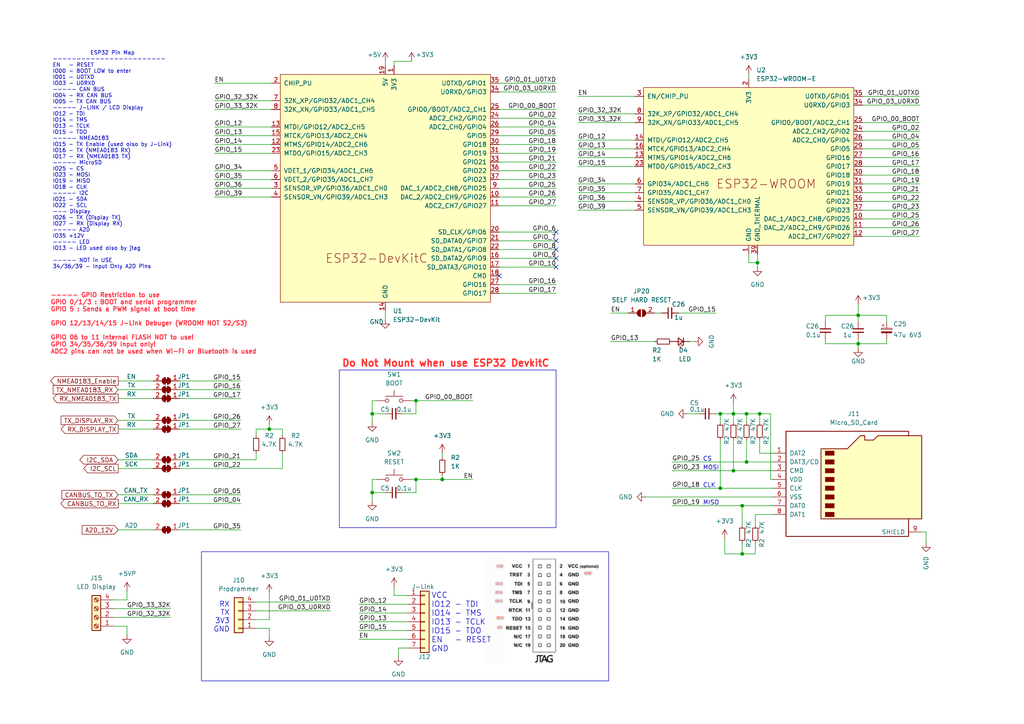
<source format=kicad_sch>
(kicad_sch (version 20230121) (generator eeschema)
  (paper "A4")
  (lib_symbols
    (symbol "Connector:Micro_SD_Card" (pin_names (offset 1.016))
      (property "Reference" "J" (at -16.51 15.24 0))
      (property "Value" "Micro_SD_Card" (at 16.51 15.24 0))
      (symbol "Micro_SD_Card_1_1"
        (pin bidirectional line (at -22.86 7.62 0) (length 3.81) (name "DAT2") (number "1"))
        (pin bidirectional line (at -22.86 5.08 0) (length 3.81) (name "DAT3/CD") (number "2"))
        (pin input line (at -22.86 2.54 0) (length 3.81) (name "CMD") (number "3"))
        (pin power_in line (at -22.86 0 0) (length 3.81) (name "VDD") (number "4"))
        (pin input line (at -22.86 -2.54 0) (length 3.81) (name "CLK") (number "5"))
        (pin power_in line (at -22.86 -5.08 0) (length 3.81) (name "VSS") (number "6"))
        (pin bidirectional line (at -22.86 -7.62 0) (length 3.81) (name "DAT0") (number "7"))
        (pin bidirectional line (at -22.86 -10.16 0) (length 3.81) (name "DAT1") (number "8"))
        (pin passive line (at 20.32 -15.24 180) (length 3.81) (name "SHIELD") (number "9"))
      )
    )
    (symbol "Connector:Screw_Terminal_01x04" (pin_names (offset 1.016) hide)
      (property "Reference" "J" (at 0 5.08 0))
      (property "Value" "Screw_Terminal_01x04" (at 0 -7.62 0))
      (symbol "Screw_Terminal_01x04_1_1"
        (pin passive line (at -5.08 2.54 0) (length 3.81) (name "Pin_1") (number "1"))
        (pin passive line (at -5.08 0 0) (length 3.81) (name "Pin_2") (number "2"))
        (pin passive line (at -5.08 -2.54 0) (length 3.81) (name "Pin_3") (number "3"))
        (pin passive line (at -5.08 -5.08 0) (length 3.81) (name "Pin_4") (number "4"))
      )
    )
    (symbol "Connector_Generic:Conn_01x04" (pin_names (offset 1.016) hide)
      (property "Reference" "J" (at 0 5.08 0))
      (property "Value" "Conn_01x04" (at 0 -7.62 0))
      (symbol "Conn_01x04_1_1"
        (pin passive line (at -5.08 2.54 0) (length 3.81) (name "Pin_1") (number "1"))
        (pin passive line (at -5.08 0 0) (length 3.81) (name "Pin_2") (number "2"))
        (pin passive line (at -5.08 -2.54 0) (length 3.81) (name "Pin_3") (number "3"))
        (pin passive line (at -5.08 -5.08 0) (length 3.81) (name "Pin_4") (number "4"))
      )
    )
    (symbol "Connector_Generic:Conn_01x07" (pin_names (offset 1.016) hide)
      (property "Reference" "J" (at 0 10.16 0))
      (property "Value" "Conn_01x07" (at 0 -10.16 0))
      (symbol "Conn_01x07_1_1"
        (pin passive line (at -5.08 7.62 0) (length 3.81) (name "Pin_1") (number "1"))
        (pin passive line (at -5.08 5.08 0) (length 3.81) (name "Pin_2") (number "2"))
        (pin passive line (at -5.08 2.54 0) (length 3.81) (name "Pin_3") (number "3"))
        (pin passive line (at -5.08 0 0) (length 3.81) (name "Pin_4") (number "4"))
        (pin passive line (at -5.08 -2.54 0) (length 3.81) (name "Pin_5") (number "5"))
        (pin passive line (at -5.08 -5.08 0) (length 3.81) (name "Pin_6") (number "6"))
        (pin passive line (at -5.08 -7.62 0) (length 3.81) (name "Pin_7") (number "7"))
      )
    )
    (symbol "Device:C_Polarized_Small" (pin_numbers hide) (pin_names (offset 0.254) hide)
      (property "Reference" "C" (at 0.254 1.778 0))
      (property "Value" "C_Polarized_Small" (at 0.254 -2.032 0))
      (symbol "C_Polarized_Small_1_1"
        (pin passive line (at 0 2.54 270) (length 1.8542) (name "~") (number "1"))
        (pin passive line (at 0 -2.54 90) (length 1.8542) (name "~") (number "2"))
      )
    )
    (symbol "Device:C_Small" (pin_numbers hide) (pin_names (offset 0.254) hide)
      (property "Reference" "C" (at 0.254 1.778 0))
      (property "Value" "C_Small" (at 0.254 -2.032 0))
      (symbol "C_Small_1_1"
        (pin passive line (at 0 2.54 270) (length 2.032) (name "~") (number "1"))
        (pin passive line (at 0 -2.54 90) (length 2.032) (name "~") (number "2"))
      )
    )
    (symbol "Device:LED_Small" (pin_numbers hide) (pin_names (offset 0.254) hide)
      (property "Reference" "D" (at -1.27 3.175 0))
      (property "Value" "LED_Small" (at -4.445 -2.54 0))
      (symbol "LED_Small_1_1"
        (pin passive line (at -2.54 0 0) (length 1.778) (name "K") (number "1"))
        (pin passive line (at 2.54 0 180) (length 1.778) (name "A") (number "2"))
      )
    )
    (symbol "Device:R_Small" (pin_numbers hide) (pin_names (offset 0.254) hide)
      (property "Reference" "R" (at 0.762 0.508 0))
      (property "Value" "R_Small" (at 0.762 -1.016 0))
      (symbol "R_Small_1_1"
        (pin passive line (at 0 2.54 270) (length 0.762) (name "~") (number "1"))
        (pin passive line (at 0 -2.54 90) (length 0.762) (name "~") (number "2"))
      )
    )
    (symbol "Jumper:SolderJumper_2_Bridged" (pin_names (offset 0) hide)
      (property "Reference" "JP" (at 0 2.032 0))
      (property "Value" "SolderJumper_2_Bridged" (at 0 -2.54 0))
      (symbol "SolderJumper_2_Bridged_1_1"
        (pin passive line (at -3.81 0 0) (length 2.54) (name "A") (number "1"))
        (pin passive line (at 3.81 0 180) (length 2.54) (name "B") (number "2"))
      )
    )
    (symbol "Jumper:SolderJumper_2_Open" (pin_names (offset 0) hide)
      (property "Reference" "JP" (at 0 2.032 0))
      (property "Value" "SolderJumper_2_Open" (at 0 -2.54 0))
      (symbol "SolderJumper_2_Open_1_1"
        (pin passive line (at -3.81 0 0) (length 2.54) (name "A") (number "1"))
        (pin passive line (at 3.81 0 180) (length 2.54) (name "B") (number "2"))
      )
    )
    (symbol "PCM_Espressif:ESP32-DevKitC" (pin_names (offset 1.016))
      (property "Reference" "U" (at -30.48 38.1 0))
      (property "Value" "ESP32-DevKitC" (at -30.48 35.56 0))
      (symbol "ESP32-DevKitC_0_0"
        (text "ESP32-DevKitC" (at -2.54 -20.32 0) (effects (font (size 2.54 2.54))))
        (pin power_in line (at 0 -35.56 90) (length 2.54) (name "GND") (number "14"))
        (pin power_in line (at 0 35.56 270) (length 2.54) (name "5V") (number "19"))
      )
      (symbol "ESP32-DevKitC_1_1"
        (pin power_in line (at 2.54 35.56 270) (length 2.54) (name "3V3") (number "1"))
        (pin bidirectional line (at 33.02 -2.54 180) (length 2.54) (name "DAC_2/ADC2_CH9/GPIO26") (number "10"))
        (pin bidirectional line (at 33.02 -5.08 180) (length 2.54) (name "ADC2_CH7/GPIO27") (number "11"))
        (pin bidirectional line (at -33.02 12.7 0) (length 2.54) (name "MTMS/GPIO14/ADC2_CH6") (number "12"))
        (pin bidirectional line (at -33.02 17.78 0) (length 2.54) (name "MTDI/GPIO12/ADC2_CH5") (number "13"))
        (pin bidirectional line (at -33.02 15.24 0) (length 2.54) (name "MTCK/GPIO13/ADC2_CH4") (number "15"))
        (pin bidirectional line (at 33.02 -20.32 180) (length 2.54) (name "SD_DATA2/GPIO9") (number "16"))
        (pin bidirectional line (at 33.02 -22.86 180) (length 2.54) (name "SD_DATA3/GPIO10") (number "17"))
        (pin bidirectional line (at 33.02 -25.4 180) (length 2.54) (name "CMD") (number "18"))
        (pin input line (at -33.02 30.48 0) (length 2.54) (name "CHIP_PU") (number "2"))
        (pin bidirectional line (at 33.02 -12.7 180) (length 2.54) (name "SD_CLK/GPIO6") (number "20"))
        (pin bidirectional line (at 33.02 -15.24 180) (length 2.54) (name "SD_DATA0/GPIO7") (number "21"))
        (pin bidirectional line (at 33.02 -17.78 180) (length 2.54) (name "SD_DATA1/GPIO8") (number "22"))
        (pin bidirectional line (at -33.02 10.16 0) (length 2.54) (name "MTDO/GPIO15/ADC2_CH3") (number "23"))
        (pin bidirectional line (at 33.02 20.32 180) (length 2.54) (name "ADC2_CH2/GPIO2") (number "24"))
        (pin bidirectional line (at 33.02 22.86 180) (length 2.54) (name "GPIO0/BOOT/ADC2_CH1") (number "25"))
        (pin bidirectional line (at 33.02 17.78 180) (length 2.54) (name "ADC2_CH0/GPIO4") (number "26"))
        (pin bidirectional line (at 33.02 -27.94 180) (length 2.54) (name "GPIO16") (number "27"))
        (pin bidirectional line (at 33.02 -30.48 180) (length 2.54) (name "GPIO17") (number "28"))
        (pin bidirectional line (at 33.02 15.24 180) (length 2.54) (name "GPIO5") (number "29"))
        (pin input line (at -33.02 0 0) (length 2.54) (name "SENSOR_VP/GPIO36/ADC1_CH0") (number "3"))
        (pin bidirectional line (at 33.02 12.7 180) (length 2.54) (name "GPIO18") (number "30"))
        (pin bidirectional line (at 33.02 10.16 180) (length 2.54) (name "GPIO19") (number "31"))
        (pin passive line (at 0 -35.56 90) (length 2.54) hide (name "GND") (number "32"))
        (pin bidirectional line (at 33.02 7.62 180) (length 2.54) (name "GPIO21") (number "33"))
        (pin bidirectional line (at 33.02 27.94 180) (length 2.54) (name "U0RXD/GPIO3") (number "34"))
        (pin bidirectional line (at 33.02 30.48 180) (length 2.54) (name "U0TXD/GPIO1") (number "35"))
        (pin bidirectional line (at 33.02 5.08 180) (length 2.54) (name "GPIO22") (number "36"))
        (pin bidirectional line (at 33.02 2.54 180) (length 2.54) (name "GPIO23") (number "37"))
        (pin passive line (at 0 -35.56 90) (length 2.54) hide (name "GND") (number "38"))
        (pin input line (at -33.02 -2.54 0) (length 2.54) (name "SENSOR_VN/GPIO39/ADC1_CH3") (number "4"))
        (pin input line (at -33.02 5.08 0) (length 2.54) (name "VDET_1/GPIO34/ADC1_CH6") (number "5"))
        (pin input line (at -33.02 2.54 0) (length 2.54) (name "VDET_2/GPIO35/ADC1_CH7") (number "6"))
        (pin bidirectional line (at -33.02 25.4 0) (length 2.54) (name "32K_XP/GPIO32/ADC1_CH4") (number "7"))
        (pin bidirectional line (at -33.02 22.86 0) (length 2.54) (name "32K_XN/GPIO33/ADC1_CH5") (number "8"))
        (pin bidirectional line (at 33.02 0 180) (length 2.54) (name "DAC_1/ADC2_CH8/GPIO25") (number "9"))
      )
    )
    (symbol "PCM_Espressif:ESP32-WROOM-E" (pin_names (offset 1.016))
      (property "Reference" "U" (at -30.48 27.94 0))
      (property "Value" "ESP32-WROOM-E" (at -30.48 25.4 0))
      (symbol "ESP32-WROOM-E_1_1"
        (text "ESP32-­WROOM­" (at 5.08 -5.08 0) (effects (font (size 2.54 2.54))))
        (pin power_in line (at 0 -25.4 90) (length 2.54) (name "GND") (number "1"))
        (pin bidirectional line (at 33.02 -15.24 180) (length 2.54) (name "DAC_1/ADC2_CH8/GPIO25") (number "10"))
        (pin bidirectional line (at 33.02 -17.78 180) (length 2.54) (name "DAC_2/ADC2_CH9/GPIO26") (number "11"))
        (pin bidirectional line (at 33.02 -20.32 180) (length 2.54) (name "ADC2_CH7/GPIO27") (number "12"))
        (pin bidirectional line (at -33.02 2.54 0) (length 2.54) (name "MTMS/GPIO14/ADC2_CH6") (number "13"))
        (pin bidirectional line (at -33.02 7.62 0) (length 2.54) (name "MTDI/GPIO12/ADC2_CH5") (number "14"))
        (pin passive line (at 0 -25.4 90) (length 2.54) hide (name "GND") (number "15"))
        (pin bidirectional line (at -33.02 5.08 0) (length 2.54) (name "MTCK/GPIO13/ADC2_CH4") (number "16"))
        (pin power_in line (at 0 25.4 270) (length 2.54) (name "3V3") (number "2"))
        (pin bidirectional line (at -33.02 0 0) (length 2.54) (name "MTDO/GPIO15/ADC2_CH3") (number "23"))
        (pin bidirectional line (at 33.02 10.16 180) (length 2.54) (name "ADC2_CH2/GPIO2") (number "24"))
        (pin bidirectional line (at 33.02 12.7 180) (length 2.54) (name "GPIO0/BOOT/ADC2_CH1") (number "25"))
        (pin bidirectional line (at 33.02 7.62 180) (length 2.54) (name "ADC2_CH0/GPIO4") (number "26"))
        (pin bidirectional line (at 33.02 2.54 180) (length 2.54) (name "GPIO16") (number "27"))
        (pin bidirectional line (at 33.02 0 180) (length 2.54) (name "GPIO17") (number "28"))
        (pin bidirectional line (at 33.02 5.08 180) (length 2.54) (name "GPIO5") (number "29"))
        (pin input line (at -33.02 20.32 0) (length 2.54) (name "EN/CHIP_PU") (number "3"))
        (pin bidirectional line (at 33.02 -2.54 180) (length 2.54) (name "GPIO18") (number "30"))
        (pin bidirectional line (at 33.02 -5.08 180) (length 2.54) (name "GPIO19") (number "31"))
        (pin bidirectional line (at 33.02 -7.62 180) (length 2.54) (name "GPIO21") (number "33"))
        (pin bidirectional line (at 33.02 17.78 180) (length 2.54) (name "U0RXD/GPIO3") (number "34"))
        (pin bidirectional line (at 33.02 20.32 180) (length 2.54) (name "U0TXD/GPIO1") (number "35"))
        (pin bidirectional line (at 33.02 -10.16 180) (length 2.54) (name "GPIO22") (number "36"))
        (pin bidirectional line (at 33.02 -12.7 180) (length 2.54) (name "GPIO23") (number "37"))
        (pin passive line (at 0 -25.4 90) (length 2.54) hide (name "GND") (number "38"))
        (pin power_in line (at 2.54 -25.4 90) (length 2.54) (name "GND_THERMAL") (number "39"))
        (pin input line (at -33.02 -10.16 0) (length 2.54) (name "SENSOR_VP/GPIO36/ADC1_CH0") (number "4"))
        (pin input line (at -33.02 -12.7 0) (length 2.54) (name "SENSOR_VN/GPIO39/ADC1_CH3") (number "5"))
        (pin input line (at -33.02 -5.08 0) (length 2.54) (name "GPIO34/ADC1_CH6") (number "6"))
        (pin input line (at -33.02 -7.62 0) (length 2.54) (name "GPIO35/ADC1_CH7") (number "7"))
        (pin bidirectional line (at -33.02 15.24 0) (length 2.54) (name "32K_XP/GPIO32/ADC1_CH4") (number "8"))
        (pin bidirectional line (at -33.02 12.7 0) (length 2.54) (name "32K_XN/GPIO33/ADC1_CH5") (number "9"))
      )
    )
    (symbol "Switch:SW_Push" (pin_numbers hide) (pin_names (offset 1.016) hide)
      (property "Reference" "SW" (at 1.27 2.54 0))
      (property "Value" "SW_Push" (at 0 -1.524 0))
      (symbol "SW_Push_0_1"
        (pin passive line (at -5.08 0 0) (length 2.54) (name "1") (number "1"))
        (pin passive line (at 5.08 0 180) (length 2.54) (name "2") (number "2"))
      )
    )
    (symbol "power:+3V3" (power) (pin_names (offset 0))
      (property "Value" "+3V3" (at 0 3.556 0))
      (symbol "+3V3_1_1"
        (pin power_in line (at 0 0 90) (length 0) hide (name "+3V3") (number "1"))
      )
    )
    (symbol "power:+5V" (power) (pin_names (offset 0))
      (property "Value" "+5V" (at 0 3.556 0))
      (symbol "+5V_1_1"
        (pin power_in line (at 0 0 90) (length 0) hide (name "+5V") (number "1"))
      )
    )
    (symbol "power:+5VP" (power) (pin_names (offset 0))
      (property "Value" "+5VP" (at 0 3.556 0))
      (symbol "+5VP_1_1"
        (pin power_in line (at 0 0 90) (length 0) hide (name "+5VP") (number "1"))
      )
    )
    (symbol "power:GND" (power) (pin_names (offset 0))
      (property "Value" "GND" (at 0 -3.81 0))
      (symbol "GND_1_1"
        (pin power_in line (at 0 0 270) (length 0) hide (name "GND") (number "1"))
      )
    )
  )
  (junction (at 248.92 99.695))
  (junction (at 107.95 120.015))
  (junction (at 216.535 133.985))
  (junction (at 212.725 136.525))
  (junction (at 120.65 116.205))
  (junction (at 248.92 91.44))
  (junction (at 216.535 120.015))
  (junction (at 128.27 139.065))
  (junction (at 78.105 124.46))
  (junction (at 215.265 146.685))
  (junction (at 220.345 120.015))
  (junction (at 107.95 142.875))
  (junction (at 212.725 120.015))
  (junction (at 215.265 160.655))
  (junction (at 120.65 139.065))
  (junction (at 208.915 120.015))
  (junction (at 208.915 141.605))
  (junction (at 219.71 76.2))
  (no_connect (at 161.29 72.39))
  (no_connect (at 161.29 67.31))
  (no_connect (at 161.29 69.85))
  (no_connect (at 161.29 77.47))
  (no_connect (at 144.78 80.01))
  (no_connect (at 161.29 74.93))
  (wire (pts (xy 207.645 120.015) (xy 208.915 120.015)))
  (wire (pts (xy 189.865 90.805) (xy 191.77 90.805)))
  (wire (pts (xy 52.07 121.92) (xy 69.85 121.92)))
  (wire (pts (xy 74.295 131.445) (xy 74.295 133.35)))
  (wire (pts (xy 144.78 82.55) (xy 161.29 82.55)))
  (wire (pts (xy 107.95 142.875) (xy 107.95 139.065)))
  (wire (pts (xy 223.52 120.015) (xy 223.52 139.065)))
  (wire (pts (xy 107.95 120.015) (xy 107.95 122.555)))
  (wire (pts (xy 81.915 124.46) (xy 78.105 124.46)))
  (wire (pts (xy 223.52 139.065) (xy 224.155 139.065)))
  (wire (pts (xy 111.76 17.78) (xy 111.76 19.05)))
  (wire (pts (xy 177.165 99.06) (xy 189.865 99.06)))
  (wire (pts (xy 120.65 142.875) (xy 120.65 139.065)))
  (wire (pts (xy 239.395 99.695) (xy 239.395 98.425)))
  (wire (pts (xy 118.11 172.72) (xy 114.3 172.72)))
  (wire (pts (xy 78.105 124.46) (xy 74.295 124.46)))
  (wire (pts (xy 62.23 31.75) (xy 78.74 31.75)))
  (wire (pts (xy 128.27 139.065) (xy 137.16 139.065)))
  (wire (pts (xy 34.29 133.35) (xy 44.45 133.35)))
  (wire (pts (xy 248.92 99.695) (xy 257.175 99.695)))
  (wire (pts (xy 52.07 124.46) (xy 69.85 124.46)))
  (wire (pts (xy 212.725 116.84) (xy 212.725 120.015)))
  (wire (pts (xy 34.29 124.46) (xy 44.45 124.46)))
  (wire (pts (xy 194.945 141.605) (xy 208.915 141.605)))
  (wire (pts (xy 250.19 55.88) (xy 266.7 55.88)))
  (wire (pts (xy 120.65 116.205) (xy 119.38 116.205)))
  (wire (pts (xy 36.83 173.99) (xy 36.83 171.45)))
  (wire (pts (xy 239.395 99.695) (xy 248.92 99.695)))
  (wire (pts (xy 107.95 142.875) (xy 107.95 145.415)))
  (wire (pts (xy 215.265 157.48) (xy 215.265 160.655)))
  (wire (pts (xy 144.78 49.53) (xy 161.29 49.53)))
  (wire (pts (xy 62.23 52.07) (xy 78.74 52.07)))
  (wire (pts (xy 212.725 127.635) (xy 212.725 136.525)))
  (wire (pts (xy 208.915 141.605) (xy 224.155 141.605)))
  (wire (pts (xy 144.78 39.37) (xy 161.29 39.37)))
  (wire (pts (xy 144.78 67.31) (xy 161.29 67.31)))
  (wire (pts (xy 220.345 120.015) (xy 223.52 120.015)))
  (wire (pts (xy 144.78 69.85) (xy 161.29 69.85)))
  (wire (pts (xy 144.78 77.47) (xy 161.29 77.47)))
  (wire (pts (xy 250.19 38.1) (xy 266.7 38.1)))
  (wire (pts (xy 78.105 123.19) (xy 78.105 124.46)))
  (wire (pts (xy 107.95 116.205) (xy 109.22 116.205)))
  (wire (pts (xy 62.23 57.15) (xy 78.74 57.15)))
  (wire (pts (xy 220.345 127.635) (xy 220.345 131.445)))
  (wire (pts (xy 119.38 17.78) (xy 114.3 17.78)))
  (wire (pts (xy 118.11 177.8) (xy 104.14 177.8)))
  (wire (pts (xy 52.07 143.51) (xy 69.85 143.51)))
  (wire (pts (xy 111.76 120.015) (xy 107.95 120.015)))
  (wire (pts (xy 111.76 90.17) (xy 111.76 92.71)))
  (wire (pts (xy 36.83 181.61) (xy 36.83 184.15)))
  (wire (pts (xy 62.23 39.37) (xy 78.74 39.37)))
  (wire (pts (xy 144.78 34.29) (xy 161.29 34.29)))
  (wire (pts (xy 62.23 41.91) (xy 78.74 41.91)))
  (wire (pts (xy 216.535 120.015) (xy 212.725 120.015)))
  (wire (pts (xy 215.265 146.685) (xy 215.265 152.4)))
  (wire (pts (xy 144.78 41.91) (xy 161.29 41.91)))
  (wire (pts (xy 118.11 182.88) (xy 104.14 182.88)))
  (wire (pts (xy 128.27 131.445) (xy 128.27 132.715)))
  (wire (pts (xy 194.945 136.525) (xy 212.725 136.525)))
  (wire (pts (xy 239.395 91.44) (xy 239.395 93.345)))
  (wire (pts (xy 217.17 21.59) (xy 217.17 22.86)))
  (wire (pts (xy 62.23 44.45) (xy 78.74 44.45)))
  (wire (pts (xy 120.65 120.015) (xy 120.65 116.205)))
  (wire (pts (xy 167.64 27.94) (xy 184.15 27.94)))
  (wire (pts (xy 116.84 142.875) (xy 120.65 142.875)))
  (wire (pts (xy 74.295 177.165) (xy 95.885 177.165)))
  (wire (pts (xy 111.76 142.875) (xy 107.95 142.875)))
  (wire (pts (xy 33.02 181.61) (xy 36.83 181.61)))
  (wire (pts (xy 81.915 126.365) (xy 81.915 124.46)))
  (wire (pts (xy 34.29 113.03) (xy 44.45 113.03)))
  (wire (pts (xy 217.17 73.66) (xy 217.17 76.2)))
  (wire (pts (xy 250.19 68.58) (xy 266.7 68.58)))
  (wire (pts (xy 34.29 146.05) (xy 44.45 146.05)))
  (wire (pts (xy 167.64 40.64) (xy 184.15 40.64)))
  (wire (pts (xy 224.155 131.445) (xy 220.345 131.445)))
  (wire (pts (xy 144.78 44.45) (xy 161.29 44.45)))
  (wire (pts (xy 194.945 146.685) (xy 215.265 146.685)))
  (wire (pts (xy 215.265 160.655) (xy 210.185 160.655)))
  (wire (pts (xy 74.295 124.46) (xy 74.295 126.365)))
  (wire (pts (xy 144.78 46.99) (xy 161.29 46.99)))
  (wire (pts (xy 62.23 24.13) (xy 78.74 24.13)))
  (wire (pts (xy 78.105 179.705) (xy 74.295 179.705)))
  (wire (pts (xy 217.17 76.2) (xy 219.71 76.2)))
  (wire (pts (xy 250.19 66.04) (xy 266.7 66.04)))
  (wire (pts (xy 144.78 31.75) (xy 161.29 31.75)))
  (wire (pts (xy 219.71 76.2) (xy 219.71 77.47)))
  (wire (pts (xy 34.29 115.57) (xy 44.45 115.57)))
  (wire (pts (xy 74.295 182.245) (xy 78.105 182.245)))
  (wire (pts (xy 114.3 17.78) (xy 114.3 19.05)))
  (wire (pts (xy 215.265 146.685) (xy 224.155 146.685)))
  (wire (pts (xy 120.65 116.205) (xy 137.16 116.205)))
  (wire (pts (xy 167.64 48.26) (xy 184.15 48.26)))
  (wire (pts (xy 215.265 160.655) (xy 219.075 160.655)))
  (wire (pts (xy 144.78 36.83) (xy 161.29 36.83)))
  (wire (pts (xy 144.78 24.13) (xy 161.29 24.13)))
  (wire (pts (xy 116.84 120.015) (xy 120.65 120.015)))
  (wire (pts (xy 144.78 54.61) (xy 161.29 54.61)))
  (wire (pts (xy 52.07 135.89) (xy 81.915 135.89)))
  (wire (pts (xy 34.29 135.89) (xy 44.45 135.89)))
  (wire (pts (xy 267.335 154.305) (xy 268.605 154.305)))
  (wire (pts (xy 250.19 63.5) (xy 266.7 63.5)))
  (wire (pts (xy 250.19 50.8) (xy 266.7 50.8)))
  (wire (pts (xy 212.725 136.525) (xy 224.155 136.525)))
  (wire (pts (xy 194.945 133.985) (xy 216.535 133.985)))
  (wire (pts (xy 167.64 55.88) (xy 184.15 55.88)))
  (wire (pts (xy 34.29 153.67) (xy 44.45 153.67)))
  (wire (pts (xy 199.39 120.015) (xy 202.565 120.015)))
  (wire (pts (xy 224.155 149.225) (xy 219.075 149.225)))
  (wire (pts (xy 219.71 73.66) (xy 219.71 76.2)))
  (wire (pts (xy 78.105 182.245) (xy 78.105 184.785)))
  (wire (pts (xy 144.78 52.07) (xy 161.29 52.07)))
  (wire (pts (xy 250.19 48.26) (xy 266.7 48.26)))
  (wire (pts (xy 49.53 176.53) (xy 33.02 176.53)))
  (wire (pts (xy 144.78 74.93) (xy 161.29 74.93)))
  (wire (pts (xy 208.915 120.015) (xy 212.725 120.015)))
  (wire (pts (xy 219.075 160.655) (xy 219.075 157.48)))
  (wire (pts (xy 187.325 144.145) (xy 224.155 144.145)))
  (wire (pts (xy 220.345 120.015) (xy 216.535 120.015)))
  (wire (pts (xy 144.78 59.69) (xy 161.29 59.69)))
  (wire (pts (xy 248.92 91.44) (xy 239.395 91.44)))
  (wire (pts (xy 118.11 180.34) (xy 104.14 180.34)))
  (wire (pts (xy 62.23 54.61) (xy 78.74 54.61)))
  (wire (pts (xy 216.535 127.635) (xy 216.535 133.985)))
  (wire (pts (xy 62.23 29.21) (xy 78.74 29.21)))
  (wire (pts (xy 52.07 115.57) (xy 69.85 115.57)))
  (wire (pts (xy 115.57 187.96) (xy 115.57 190.5)))
  (wire (pts (xy 200.025 99.06) (xy 201.295 99.06)))
  (wire (pts (xy 120.65 139.065) (xy 119.38 139.065)))
  (wire (pts (xy 248.92 98.425) (xy 248.92 99.695)))
  (wire (pts (xy 216.535 120.015) (xy 216.535 122.555)))
  (wire (pts (xy 268.605 154.305) (xy 268.605 157.48)))
  (wire (pts (xy 144.78 72.39) (xy 161.29 72.39)))
  (wire (pts (xy 216.535 133.985) (xy 224.155 133.985)))
  (wire (pts (xy 257.175 93.345) (xy 257.175 91.44)))
  (wire (pts (xy 250.19 45.72) (xy 266.7 45.72)))
  (wire (pts (xy 114.3 172.72) (xy 114.3 170.18)))
  (wire (pts (xy 250.19 30.48) (xy 266.7 30.48)))
  (wire (pts (xy 144.78 85.09) (xy 161.29 85.09)))
  (wire (pts (xy 128.27 137.795) (xy 128.27 139.065)))
  (wire (pts (xy 210.185 160.655) (xy 210.185 156.21)))
  (wire (pts (xy 248.92 91.44) (xy 248.92 93.345)))
  (wire (pts (xy 248.92 100.965) (xy 248.92 99.695)))
  (wire (pts (xy 250.19 27.94) (xy 266.7 27.94)))
  (wire (pts (xy 250.19 35.56) (xy 266.7 35.56)))
  (wire (pts (xy 177.165 90.805) (xy 182.245 90.805)))
  (wire (pts (xy 107.95 120.015) (xy 107.95 116.205)))
  (wire (pts (xy 250.19 40.64) (xy 266.7 40.64)))
  (wire (pts (xy 208.915 122.555) (xy 208.915 120.015)))
  (wire (pts (xy 49.53 179.07) (xy 33.02 179.07)))
  (wire (pts (xy 52.07 133.35) (xy 74.295 133.35)))
  (wire (pts (xy 250.19 43.18) (xy 266.7 43.18)))
  (wire (pts (xy 250.19 53.34) (xy 266.7 53.34)))
  (wire (pts (xy 33.02 173.99) (xy 36.83 173.99)))
  (wire (pts (xy 120.65 139.065) (xy 128.27 139.065)))
  (wire (pts (xy 107.95 139.065) (xy 109.22 139.065)))
  (wire (pts (xy 167.64 60.96) (xy 184.15 60.96)))
  (wire (pts (xy 81.915 131.445) (xy 81.915 135.89)))
  (wire (pts (xy 34.29 143.51) (xy 44.45 143.51)))
  (wire (pts (xy 34.29 121.92) (xy 44.45 121.92)))
  (wire (pts (xy 62.23 49.53) (xy 78.74 49.53)))
  (wire (pts (xy 52.07 153.67) (xy 69.85 153.67)))
  (wire (pts (xy 167.64 43.18) (xy 184.15 43.18)))
  (wire (pts (xy 144.78 57.15) (xy 161.29 57.15)))
  (wire (pts (xy 208.915 127.635) (xy 208.915 141.605)))
  (wire (pts (xy 52.07 113.03) (xy 69.85 113.03)))
  (wire (pts (xy 167.64 58.42) (xy 184.15 58.42)))
  (wire (pts (xy 167.64 45.72) (xy 184.15 45.72)))
  (wire (pts (xy 52.07 110.49) (xy 69.85 110.49)))
  (wire (pts (xy 248.92 88.265) (xy 248.92 91.44)))
  (wire (pts (xy 167.64 35.56) (xy 184.15 35.56)))
  (wire (pts (xy 219.075 149.225) (xy 219.075 152.4)))
  (wire (pts (xy 196.85 90.805) (xy 207.645 90.805)))
  (wire (pts (xy 144.78 26.67) (xy 161.29 26.67)))
  (wire (pts (xy 257.175 91.44) (xy 248.92 91.44)))
  (wire (pts (xy 118.11 175.26) (xy 104.14 175.26)))
  (wire (pts (xy 167.64 33.02) (xy 184.15 33.02)))
  (wire (pts (xy 34.29 110.49) (xy 44.45 110.49)))
  (wire (pts (xy 74.295 174.625) (xy 95.885 174.625)))
  (wire (pts (xy 257.175 98.425) (xy 257.175 99.695)))
  (wire (pts (xy 62.23 36.83) (xy 78.74 36.83)))
  (wire (pts (xy 118.11 187.96) (xy 115.57 187.96)))
  (wire (pts (xy 250.19 60.96) (xy 266.7 60.96)))
  (wire (pts (xy 250.19 58.42) (xy 266.7 58.42)))
  (wire (pts (xy 52.07 146.05) (xy 69.85 146.05)))
  (wire (pts (xy 220.345 122.555) (xy 220.345 120.015)))
  (wire (pts (xy 118.11 185.42) (xy 104.14 185.42)))
  (wire (pts (xy 167.64 53.34) (xy 184.15 53.34)))
  (wire (pts (xy 78.105 172.085) (xy 78.105 179.705)))
  (wire (pts (xy 212.725 120.015) (xy 212.725 122.555)))
  (rectangle (start 58.42 160.02) (end 176.53 197.485))
  (rectangle (start 98.425 107.315) (end 161.29 153.035))
  (image (at 158.115 177.165) (scale 0.565637))
  (text "RX\nTX\n3V3\nGND" (at 66.675 183.515 0) (effects (font (size 1.5 1.5)) (justify right bottom)))
  (text "MISO" (at 203.835 146.685 0) (effects (font (size 1.27 1.27)) (justify left bottom)))
  (text "VCC\nIO12 - TDI\nIO14 - TMS\nIO13 - TCLK\nIO15 - TDO\nEN   - RESET\nGND " (at 125.095 189.23 0) (effects (font (size 1.6 1.6)) (justify left bottom)))
  (text "Do Not Mount when use ESP32 DevkitC" (at 99.06 106.68 0) (effects (font (size 2 2) (thickness 0.4) bold) (justify left bottom)))
  (text "MOSI" (at 203.835 136.525 0) (effects (font (size 1.27 1.27)) (justify left bottom)))
  (text "----- GPIO Restriction to use\nGPIO 0/1/3 : BOOT and serial programmer\nGPIO 5 : Sends a PWM signal at boot time\n\nGPIO 12/13/14/15 J-Link Debuger (WROOM! NOT S2/S3)\n\nGPIO 06 to 11 Internal FLASH NOT to use!\nGPIO 34/35/36/39 Input only!\nADC2 pins can not be used when Wi-Fi or Bluetooth is used\n" (at 14.605 102.87 0) (effects (font (size 1.27 1.27) (thickness 0.254) bold) (justify left bottom)))
  (text "CS" (at 203.835 133.985 0) (effects (font (size 1.27 1.27)) (justify left bottom)))
  (text "             ESP32 Pin Map\n------------------------\nEN   - RESET \nIO00 - BOOT LOW to enter\nIO01 - U0TXD\nIO03 - U0RXD\n----- CAN BUS\nIO04 - RX CAN BUS\nIO05 - TX CAN BUS\n----- J-LINK / LCD Display\nIO12 - TDI\nIO14 - TMS\nIO13 - TCLK\nIO15 - TDO\n----- NMEA0183\nIO15 - TX Enable (used olso by J-Link)\nIO16 - TX (NMEA0183 RX)\nIO17 - RX (NMEA0183 TX)\n----- MicroSD\nIO25 - CS\nIO23 - MOSI\nIO19 - MISO\nIO18 - CLK\n----- I2C\nIO21 - SDA\nIO22 - SCL\n--- Display\nIO26 - TX (Display TX)\nIO27 - RX (Display RX)\n----- A2D\nIO35 +12V\n----- LED\nIO13 - LED used olso by jtag\n\n----- NOT in USE\n34/36/39 - Input Only A2D Pins\n" (at 15.24 78.105 0) (effects (font (size 1.1 1.1)) (justify left bottom)))
  (text "CLK" (at 203.835 141.605 0) (effects (font (size 1.27 1.27)) (justify left bottom)))
  (label "GPIO_17" (at 69.85 115.57 180))
  (label "GPIO_00_BOOT" (at 266.7 35.56 180))
  (label "GPIO_15" (at 69.85 110.49 180))
  (label "GPIO_27" (at 161.29 59.69 180))
  (label "GPIO_35" (at 167.64 55.88 0))
  (label "GPIO_33_32K" (at 167.64 35.56 0))
  (label "GPIO_12" (at 167.64 40.64 0))
  (label "GPIO_17" (at 161.29 85.09 180))
  (label "GPIO_21" (at 69.85 133.35 180))
  (label "GPIO_16" (at 161.29 82.55 180))
  (label "EN" (at 62.23 24.13 0))
  (label "GPIO_00_BOOT" (at 137.16 116.205 180))
  (label "GPIO_14" (at 167.64 45.72 0))
  (label "GPIO_8" (at 161.29 72.39 180))
  (label "GPIO_10" (at 161.29 77.47 180))
  (label "GPIO_21" (at 161.29 46.99 180))
  (label "GPIO_13" (at 104.14 180.34 0))
  (label "GPIO_35" (at 69.85 153.67 180))
  (label "GPIO_33_32K" (at 62.23 31.75 0))
  (label "GPIO_00_BOOT" (at 161.29 31.75 180))
  (label "GPIO_02" (at 161.29 34.29 180))
  (label "GPIO_7" (at 161.29 69.85 180))
  (label "GPIO_22" (at 161.29 49.53 180))
  (label "GPIO_9" (at 161.29 74.93 180))
  (label "GPIO_04" (at 69.85 146.05 180))
  (label "GPIO_02" (at 266.7 38.1 180))
  (label "EN" (at 177.165 90.805 0))
  (label "GPIO_25" (at 266.7 63.5 180))
  (label "GPIO_13" (at 62.23 39.37 0))
  (label "GPIO_12" (at 62.23 36.83 0))
  (label "GPIO_36" (at 62.23 54.61 0))
  (label "GPIO_21" (at 266.7 55.88 180))
  (label "GPIO_25" (at 194.945 133.985 0))
  (label "GPIO_18" (at 194.945 141.605 0))
  (label "GPIO_23" (at 194.945 136.525 0))
  (label "GPIO_39" (at 62.23 57.15 0))
  (label "GPIO_15" (at 167.64 48.26 0))
  (label "EN" (at 137.16 139.065 180))
  (label "GPIO_14" (at 104.14 177.8 0))
  (label "GPIO_15" (at 62.23 44.45 0))
  (label "GPIO_19" (at 266.7 53.34 180))
  (label "GPIO_04" (at 161.29 36.83 180))
  (label "GPIO_01_U0TXD" (at 266.7 27.94 180))
  (label "GPIO_27" (at 69.85 124.46 180))
  (label "GPIO_22" (at 69.85 135.89 180))
  (label "GPIO_36" (at 167.64 58.42 0))
  (label "GPIO_23" (at 161.29 52.07 180))
  (label "GPIO_19" (at 161.29 44.45 180))
  (label "GPIO_34" (at 62.23 49.53 0))
  (label "GPIO_15" (at 104.14 182.88 0))
  (label "GPIO_13" (at 167.64 43.18 0))
  (label "GPIO_05" (at 161.29 39.37 180))
  (label "GPIO_05" (at 266.7 43.18 180))
  (label "GPIO_23" (at 266.7 60.96 180))
  (label "GPIO_6" (at 161.29 67.31 180))
  (label "GPIO_05" (at 69.85 143.51 180))
  (label "GPIO_22" (at 266.7 58.42 180))
  (label "GPIO_13" (at 177.165 99.06 0))
  (label "GPIO_34" (at 167.64 53.34 0))
  (label "GPIO_39" (at 167.64 60.96 0))
  (label "GPIO_19" (at 194.945 146.685 0))
  (label "GPIO_12" (at 104.14 175.26 0))
  (label "GPIO_18" (at 161.29 41.91 180))
  (label "GPIO_26" (at 69.85 121.92 180))
  (label "GPIO_16" (at 69.85 113.03 180))
  (label "GPIO_26" (at 266.7 66.04 180))
  (label "GPIO_17" (at 266.7 48.26 180))
  (label "EN" (at 104.14 185.42 0))
  (label "GPIO_01_U0TXD" (at 95.885 174.625 180))
  (label "GPIO_27" (at 266.7 68.58 180))
  (label "EN" (at 167.64 27.94 0))
  (label "GPIO_35" (at 62.23 52.07 0))
  (label "GPIO_15" (at 207.645 90.805 180))
  (label "GPIO_03_U0RXD" (at 266.7 30.48 180))
  (label "GPIO_26" (at 161.29 57.15 180))
  (label "GPIO_33_32K" (at 49.53 176.53 180))
  (label "GPIO_04" (at 266.7 40.64 180))
  (label "GPIO_14" (at 62.23 41.91 0))
  (label "GPIO_01_U0TXD" (at 161.29 24.13 180))
  (label "GPIO_18" (at 266.7 50.8 180))
  (label "GPIO_03_U0RXD" (at 95.885 177.165 180))
  (label "GPIO_32_32K" (at 167.64 33.02 0))
  (label "GPIO_16" (at 266.7 45.72 180))
  (label "GPIO_32_32K" (at 49.53 179.07 180))
  (label "GPIO_32_32K" (at 62.23 29.21 0))
  (label "GPIO_25" (at 161.29 54.61 180))
  (label "GPIO_03_U0RXD" (at 161.29 26.67 180))
  (global_label "I2C_SCL" (shape output) (at 34.29 135.89 180) (property "Intersheetrefs" "${INTERSHEET_REFS}" (effects hide)))
  (global_label "RX_DISPLAY_TX" (shape output) (at 34.29 124.46 180) (property "Intersheetrefs" "${INTERSHEET_REFS}" (effects hide)))
  (global_label "I2C_SDA" (shape bidirectional) (at 34.29 133.35 180) (property "Intersheetrefs" "${INTERSHEET_REFS}" (effects hide)))
  (global_label "CANBUS_TO_TX" (shape input) (at 34.29 143.51 180) (property "Intersheetrefs" "${INTERSHEET_REFS}" (effects hide)))
  (global_label "CANBUS_TO_RX" (shape output) (at 34.29 146.05 180) (property "Intersheetrefs" "${INTERSHEET_REFS}" (effects hide)))
  (global_label "NMEA0183_Enable" (shape output) (at 34.29 110.49 180) (property "Intersheetrefs" "${INTERSHEET_REFS}" (effects hide)))
  (global_label "TX_NMEA0183_RX" (shape input) (at 34.29 113.03 180) (property "Intersheetrefs" "${INTERSHEET_REFS}" (effects hide)))
  (global_label "TX_DISPLAY_RX" (shape input) (at 34.29 121.92 180) (property "Intersheetrefs" "${INTERSHEET_REFS}" (effects hide)))
  (global_label "A2D_12V" (shape input) (at 34.29 153.67 180) (property "Intersheetrefs" "${INTERSHEET_REFS}" (effects hide)))
  (global_label "RX_NMEA0183_TX" (shape output) (at 34.29 115.57 180) (property "Intersheetrefs" "${INTERSHEET_REFS}" (effects hide)))
  (symbol (lib_id "Jumper:SolderJumper_2_Bridged") (at 48.26 115.57 0) (mirror y) (unit 1)
    (property "Reference" "JP1" (at 53.34 114.3 0))
    (property "Value" "RX" (at 38.1 114.3 0))
    (property "Footprint" "Jumper:SolderJumper-2_P1.3mm_Bridged_Pad1.0x1.5mm" (effects hide))
    (instances (project "CAN_DISPLAY" (path "" (reference "JP1") (unit 1)) (path "" (reference "JP9") (unit 1))))
  )
  (symbol (lib_id "power:+3V3") (at 119.38 17.78 0) (unit 1)
    (property "Reference" "#PWR055" (effects hide))
    (property "Value" "+3V3" (at 123.19 15.875 0))
  )
  (symbol (lib_id "power:+5V") (at 111.76 17.78 0) (unit 1)
    (property "Reference" "#PWR038" (effects hide))
    (property "Value" "+5V" (at 108.585 15.875 0))
  )
  (symbol (lib_id "power:GND") (at 107.95 122.555 0) (unit 1)
    (property "Reference" "#PWR060" (effects hide))
    (property "Value" "GND" (at 107.95 127.635 0))
  )
  (symbol (lib_id "Device:C_Small") (at 114.3 120.015 90) (unit 1)
    (property "Reference" "C5" (at 113.03 118.745 90) (effects (justify left)))
    (property "Value" "0.1u" (at 119.38 118.745 90) (effects (justify left)))
    (property "Footprint" "Capacitor_SMD:C_0805_2012Metric_Pad1.18x1.45mm_HandSolder" (effects hide))
    (instances (project "CAN_DISPLAY" (path "" (reference "C5") (unit 1)) (path "" (reference "C13") (unit 1)) (path "" (reference "C15") (unit 1)) (path "" (reference "C21") (unit 1))))
  )
  (symbol (lib_id "Jumper:SolderJumper_2_Bridged") (at 48.26 121.92 0) (mirror y) (unit 1)
    (property "Reference" "JP1" (at 53.34 120.65 0))
    (property "Value" "TX" (at 38.1 120.65 0))
    (property "Footprint" "Jumper:SolderJumper-2_P1.3mm_Bridged_Pad1.0x1.5mm" (effects hide))
    (instances (project "CAN_DISPLAY" (path "" (reference "JP1") (unit 1)) (path "" (reference "JP10") (unit 1))))
  )
  (symbol (lib_id "Device:R_Small") (at 208.915 125.095 180) (unit 1)
    (property "Reference" "R2" (at 210.82 127.635 90))
    (property "Value" "47K" (at 210.82 123.19 90))
    (property "Footprint" "Resistor_SMD:R_0805_2012Metric_Pad1.20x1.40mm_HandSolder" (effects hide))
    (instances (project "CAN_DISPLAY" (path "" (reference "R2") (unit 1)) (path "" (reference "R10") (unit 1)) (path "" (reference "R18") (unit 1))))
  )
  (symbol (lib_id "Jumper:SolderJumper_2_Bridged") (at 48.26 113.03 0) (mirror y) (unit 1)
    (property "Reference" "JP1" (at 53.34 111.76 0))
    (property "Value" "TX" (at 38.1 111.76 0))
    (property "Footprint" "Jumper:SolderJumper-2_P1.3mm_Bridged_Pad1.0x1.5mm" (effects hide))
    (instances (project "CAN_DISPLAY" (path "" (reference "JP1") (unit 1)) (path "" (reference "JP8") (unit 1))))
  )
  (symbol (lib_id "Jumper:SolderJumper_2_Bridged") (at 48.26 146.05 0) (mirror y) (unit 1)
    (property "Reference" "JP1" (at 53.34 144.78 0))
    (property "Value" "CAN_RX" (at 39.37 144.78 0))
    (property "Footprint" "Jumper:SolderJumper-2_P1.3mm_Bridged_Pad1.0x1.5mm" (effects hide))
    (instances (project "CAN_DISPLAY" (path "" (reference "JP1") (unit 1)) (path "" (reference "JP15") (unit 1))))
  )
  (symbol (lib_id "Connector_Generic:Conn_01x04") (at 69.215 179.705 180) (unit 1)
    (property "Reference" "J10" (at 69.215 168.275 0))
    (property "Value" "Prodrammer" (at 69.215 170.815 0))
    (property "Footprint" "Connector_PinHeader_2.54mm:PinHeader_1x04_P2.54mm_Vertical" (effects hide))
    (instances (project "CAN_DISPLAY" (path "" (reference "J10") (unit 1)) (path "" (reference "J13") (unit 1))))
  )
  (symbol (lib_id "Jumper:SolderJumper_2_Bridged") (at 48.26 133.35 0) (mirror y) (unit 1)
    (property "Reference" "JP1" (at 53.34 132.08 0))
    (property "Value" "SDA" (at 38.1 132.08 0))
    (property "Footprint" "Jumper:SolderJumper-2_P1.3mm_Bridged_Pad1.0x1.5mm" (effects hide))
    (instances (project "CAN_DISPLAY" (path "" (reference "JP1") (unit 1)) (path "" (reference "JP12") (unit 1))))
  )
  (symbol (lib_id "Jumper:SolderJumper_2_Bridged") (at 48.26 135.89 0) (mirror y) (unit 1)
    (property "Reference" "JP1" (at 53.34 134.62 0))
    (property "Value" "SCK" (at 38.1 134.62 0))
    (property "Footprint" "Jumper:SolderJumper-2_P1.3mm_Bridged_Pad1.0x1.5mm" (effects hide))
    (instances (project "CAN_DISPLAY" (path "" (reference "JP1") (unit 1)) (path "" (reference "JP13") (unit 1))))
  )
  (symbol (lib_id "power:GND") (at 115.57 190.5 0) (unit 1)
    (property "Reference" "#PWR059" (effects hide))
    (property "Value" "GND" (at 115.57 195.58 0))
    (instances (project "CAN_DISPLAY" (path "" (reference "#PWR059") (unit 1)) (path "" (reference "#PWR069") (unit 1))))
  )
  (symbol (lib_id "Switch:SW_Push") (at 114.3 139.065 0) (unit 1)
    (property "Reference" "SW2" (at 114.3 131.445 0))
    (property "Value" "RESET" (at 114.3 133.985 0))
    (property "Footprint" "Button_Switch_SMD:SW_Push_1P1T_NO_6x6mm_H9.5mm" (effects hide))
  )
  (symbol (lib_id "Jumper:SolderJumper_2_Bridged") (at 48.26 153.67 0) (mirror y) (unit 1)
    (property "Reference" "JP1" (at 53.34 152.4 0))
    (property "Value" "A2D" (at 38.1 152.4 0))
    (property "Footprint" "Jumper:SolderJumper-2_P1.3mm_Bridged_Pad1.0x1.5mm" (effects hide))
    (instances (project "CAN_DISPLAY" (path "" (reference "JP1") (unit 1)) (path "" (reference "JP22") (unit 1))))
  )
  (symbol (lib_id "power:+5VP") (at 36.83 171.45 0) (unit 1)
    (property "Reference" "#PWR063" (effects hide))
    (property "Value" "+5VP" (at 36.83 166.37 0))
  )
  (symbol (lib_id "Device:R_Small") (at 220.345 125.095 180) (unit 1)
    (property "Reference" "R2" (at 222.25 127.635 90))
    (property "Value" "47K" (at 222.25 123.19 90))
    (property "Footprint" "Resistor_SMD:R_0805_2012Metric_Pad1.20x1.40mm_HandSolder" (effects hide))
    (instances (project "CAN_DISPLAY" (path "" (reference "R2") (unit 1)) (path "" (reference "R10") (unit 1)) (path "" (reference "R16") (unit 1))))
  )
  (symbol (lib_id "power:+3V3") (at 128.27 131.445 0) (unit 1)
    (property "Reference" "#PWR064" (effects hide))
    (property "Value" "+3V3" (at 128.27 126.365 0))
  )
  (symbol (lib_id "Device:C_Polarized_Small") (at 257.175 95.885 0) (unit 1)
    (property "Reference" "C25" (at 259.08 93.98 0) (effects (justify left)))
    (property "Value" "47u 6V3" (at 259.08 97.155 0) (effects (justify left)))
    (property "Footprint" "Capacitor_Tantalum_SMD:CP_EIA-3528-21_Kemet-B_Pad1.50x2.35mm_HandSolder" (effects hide))
    (instances (project "CAN_DISPLAY" (path "" (reference "C25") (unit 1)) (path "" (reference "C28") (unit 1))))
  )
  (symbol (lib_id "power:+3V3") (at 210.185 156.21 0) (unit 1)
    (property "Reference" "#PWR071" (effects hide))
    (property "Value" "+3V3" (at 210.185 151.13 0))
  )
  (symbol (lib_id "Jumper:SolderJumper_2_Bridged") (at 48.26 124.46 0) (mirror y) (unit 1)
    (property "Reference" "JP1" (at 53.34 123.19 0))
    (property "Value" "RX" (at 38.1 123.19 0))
    (property "Footprint" "Jumper:SolderJumper-2_P1.3mm_Bridged_Pad1.0x1.5mm" (effects hide))
    (instances (project "CAN_DISPLAY" (path "" (reference "JP1") (unit 1)) (path "" (reference "JP11") (unit 1))))
  )
  (symbol (lib_id "Device:LED_Small") (at 197.485 99.06 180) (unit 1)
    (property "Reference" "D4" (at 196.85 101.6 0) (effects (justify right)))
    (property "Value" "LED" (at 196.85 104.14 0) (effects (justify right)))
    (property "Footprint" "LED_SMD:LED_1210_3225Metric" (effects hide))
    (instances (project "CAN_DISPLAY" (path "" (reference "D4") (unit 1)) (path "" (reference "D5") (unit 1))))
  )
  (symbol (lib_id "power:GND") (at 219.71 77.47 0) (unit 1)
    (property "Reference" "#PWR01" (effects hide))
    (property "Value" "GND" (at 219.71 82.55 0))
    (instances (project "CAN_DISPLAY" (path "" (reference "#PWR01") (unit 1)) (path "" (reference "#PWR02") (unit 1))))
  )
  (symbol (lib_id "Device:R_Small") (at 215.265 154.94 180) (unit 1)
    (property "Reference" "R2" (at 217.17 157.48 90))
    (property "Value" "47K" (at 217.17 153.035 90))
    (property "Footprint" "Resistor_SMD:R_0805_2012Metric_Pad1.20x1.40mm_HandSolder" (effects hide))
    (instances (project "CAN_DISPLAY" (path "" (reference "R2") (unit 1)) (path "" (reference "R10") (unit 1)) (path "" (reference "R20") (unit 1))))
  )
  (symbol (lib_id "power:GND") (at 201.295 99.06 90) (unit 1)
    (property "Reference" "#PWR059" (effects hide))
    (property "Value" "GND" (at 206.375 99.06 0))
    (instances (project "CAN_DISPLAY" (path "" (reference "#PWR059") (unit 1)) (path "" (reference "#PWR061") (unit 1))))
  )
  (symbol (lib_id "power:+3V3") (at 248.92 88.265 0) (unit 1)
    (property "Reference" "#PWR083" (effects hide))
    (property "Value" "+3V3" (at 252.73 86.36 0))
  )
  (symbol (lib_id "PCM_Espressif:ESP32-WROOM-E") (at 217.17 48.26 0) (unit 1)
    (property "Reference" "U2" (at 219.3641 20.32 0) (effects (justify left)))
    (property "Value" "ESP32-WROOM-E" (at 219.3641 22.86 0) (effects (justify left)))
    (property "Footprint" "PCM_Espressif:ESP32-WROOM-32E" (effects hide))
    (property "Datasheet" "https://www.espressif.com/sites/default/files/documentation/esp32-wroom-32e_esp32-wroom-32ue_datasheet_en.pdf" (effects hide))
  )
  (symbol (lib_id "power:GND") (at 248.92 100.965 0) (mirror y) (unit 1)
    (property "Reference" "#PWR031" (effects hide))
    (property "Value" "GND" (at 248.92 104.775 0))
    (instances (project "CAN_DISPLAY" (path "" (reference "#PWR031") (unit 1)) (path "" (reference "#PWR081") (unit 1))))
  )
  (symbol (lib_id "Connector_Generic:Conn_01x07") (at 123.19 180.34 0) (unit 1)
    (property "Reference" "J12" (at 121.285 190.5 0) (effects (justify left)))
    (property "Value" "J-Link" (at 119.38 170.18 0) (effects (justify left)))
    (property "Footprint" "Connector_JST:JST_PH_B7B-PH-K_1x07_P2.00mm_Vertical" (effects hide))
  )
  (symbol (lib_id "Connector:Screw_Terminal_01x04") (at 27.94 179.07 180) (unit 1)
    (property "Reference" "J15" (at 27.94 167.64 0))
    (property "Value" "LED Display" (at 27.94 170.18 0))
    (property "Footprint" "TerminalBlock:TerminalBlock_bornier-4_P5.08mm" (effects hide))
  )
  (symbol (lib_id "Device:C_Small") (at 248.92 95.885 0) (unit 1)
    (property "Reference" "C26" (at 243.84 94.615 0) (effects (justify left)))
    (property "Value" "1u" (at 244.475 97.155 0) (effects (justify left)))
    (property "Footprint" "Capacitor_SMD:C_0805_2012Metric_Pad1.18x1.45mm_HandSolder" (effects hide))
    (instances (project "CAN_DISPLAY" (path "" (reference "C26") (unit 1)) (path "" (reference "C29") (unit 1))))
  )
  (symbol (lib_id "power:GND") (at 107.95 145.415 0) (unit 1)
    (property "Reference" "#PWR062" (effects hide))
    (property "Value" "GND" (at 107.95 150.495 0))
  )
  (symbol (lib_id "Device:R_Small") (at 216.535 125.095 180) (unit 1)
    (property "Reference" "R2" (at 218.44 127.635 90))
    (property "Value" "47K" (at 218.44 123.19 90))
    (property "Footprint" "Resistor_SMD:R_0805_2012Metric_Pad1.20x1.40mm_HandSolder" (effects hide))
    (instances (project "CAN_DISPLAY" (path "" (reference "R2") (unit 1)) (path "" (reference "R10") (unit 1)) (path "" (reference "R17") (unit 1))))
  )
  (symbol (lib_id "Jumper:SolderJumper_2_Bridged") (at 48.26 110.49 0) (mirror y) (unit 1)
    (property "Reference" "JP1" (at 53.34 109.22 0))
    (property "Value" "EN" (at 38.1 109.22 0))
    (property "Footprint" "Jumper:SolderJumper-2_P1.3mm_Bridged_Pad1.0x1.5mm" (effects hide))
    (instances (project "CAN_DISPLAY" (path "" (reference "JP1") (unit 1)) (path "" (reference "JP7") (unit 1))))
  )
  (symbol (lib_id "Device:C_Small") (at 205.105 120.015 270) (unit 1)
    (property "Reference" "C5" (at 200.025 116.84 90) (effects (justify left)))
    (property "Value" "0.1u" (at 200.025 118.745 90) (effects (justify left)))
    (property "Footprint" "Capacitor_SMD:C_0805_2012Metric_Pad1.18x1.45mm_HandSolder" (effects hide))
    (instances (project "CAN_DISPLAY" (path "" (reference "C5") (unit 1)) (path "" (reference "C13") (unit 1)) (path "" (reference "C15") (unit 1)) (path "" (reference "C23") (unit 1))))
  )
  (symbol (lib_id "power:GND") (at 36.83 184.15 0) (unit 1)
    (property "Reference" "#PWR065" (effects hide))
    (property "Value" "GND" (at 36.83 189.23 0))
  )
  (symbol (lib_id "power:GND") (at 199.39 120.015 270) (unit 1)
    (property "Reference" "#PWR059" (effects hide))
    (property "Value" "GND" (at 195.58 120.015 90) (effects (justify right)))
    (instances (project "CAN_DISPLAY" (path "" (reference "#PWR059") (unit 1)) (path "" (reference "#PWR072") (unit 1))))
  )
  (symbol (lib_id "Device:C_Small") (at 194.31 90.805 90) (unit 1)
    (property "Reference" "C26" (at 198.755 88.265 90) (effects (justify left)))
    (property "Value" "1u" (at 198.12 92.075 90) (effects (justify left)))
    (property "Footprint" "Capacitor_SMD:C_0805_2012Metric_Pad1.18x1.45mm_HandSolder" (effects hide))
    (instances (project "CAN_DISPLAY" (path "" (reference "C26") (unit 1)) (path "" (reference "C30") (unit 1))))
  )
  (symbol (lib_id "Device:C_Small") (at 239.395 95.885 0) (unit 1)
    (property "Reference" "C26" (at 233.68 94.615 0) (effects (justify left)))
    (property "Value" "0.1u" (at 233.68 97.155 0) (effects (justify left)))
    (property "Footprint" "Capacitor_SMD:C_0805_2012Metric_Pad1.18x1.45mm_HandSolder" (effects hide))
    (instances (project "CAN_DISPLAY" (path "" (reference "C26") (unit 1)) (path "" (reference "C27") (unit 1))))
  )
  (symbol (lib_id "power:GND") (at 78.105 184.785 0) (unit 1)
    (property "Reference" "#PWR059" (effects hide))
    (property "Value" "GND" (at 78.105 189.865 0))
    (instances (project "CAN_DISPLAY" (path "" (reference "#PWR059") (unit 1)) (path "" (reference "#PWR066") (unit 1))))
  )
  (symbol (lib_id "Switch:SW_Push") (at 114.3 116.205 0) (unit 1)
    (property "Reference" "SW1" (at 114.3 108.585 0))
    (property "Value" "BOOT" (at 114.3 111.125 0))
    (property "Footprint" "Button_Switch_SMD:SW_Push_1P1T_NO_6x6mm_H9.5mm" (effects hide))
  )
  (symbol (lib_id "Connector:Micro_SD_Card") (at 247.015 139.065 0) (unit 1)
    (property "Reference" "J11" (at 247.65 120.015 0))
    (property "Value" "Micro_SD_Card" (at 247.65 122.555 0))
    (property "Footprint" "1Display:J_SD_Card-micro_socket_A" (effects hide))
    (property "Datasheet" "http://katalog.we-online.de/em/datasheet/693072010801.pdf" (effects hide))
  )
  (symbol (lib_id "power:+3V3") (at 212.725 116.84 0) (unit 1)
    (property "Reference" "#PWR054" (effects hide))
    (property "Value" "+3V3" (at 212.725 111.76 0))
  )
  (symbol (lib_id "power:GND") (at 187.325 144.145 270) (unit 1)
    (property "Reference" "#PWR059" (effects hide))
    (property "Value" "GND" (at 183.515 144.145 90) (effects (justify right)))
    (instances (project "CAN_DISPLAY" (path "" (reference "#PWR059") (unit 1)) (path "" (reference "#PWR053") (unit 1))))
  )
  (symbol (lib_id "power:GND") (at 111.76 92.71 0) (unit 1)
    (property "Reference" "#PWR02" (effects hide))
    (property "Value" "GND" (at 109.22 93.345 0))
    (instances (project "CAN_DISPLAY" (path "" (reference "#PWR02") (unit 1)) (path "" (reference "#PWR01") (unit 1))))
  )
  (symbol (lib_id "Device:R_Small") (at 74.295 128.905 180) (unit 1)
    (property "Reference" "R2" (at 78.105 126.365 0))
    (property "Value" "4.7K" (at 78.105 128.905 0))
    (property "Footprint" "Resistor_SMD:R_0805_2012Metric_Pad1.20x1.40mm_HandSolder" (effects hide))
    (instances (project "CAN_DISPLAY" (path "" (reference "R2") (unit 1)) (path "" (reference "R10") (unit 1)) (path "" (reference "R23") (unit 1))))
  )
  (symbol (lib_id "power:GND") (at 268.605 157.48 0) (unit 1)
    (property "Reference" "#PWR059" (effects hide))
    (property "Value" "GND" (at 268.605 161.29 90) (effects (justify right)))
    (instances (project "CAN_DISPLAY" (path "" (reference "#PWR059") (unit 1)) (path "" (reference "#PWR078") (unit 1))))
  )
  (symbol (lib_id "Device:R_Small") (at 128.27 135.255 180) (unit 1)
    (property "Reference" "R2" (at 132.08 132.715 0))
    (property "Value" "1K" (at 132.08 135.255 0))
    (property "Footprint" "Resistor_SMD:R_0805_2012Metric_Pad1.20x1.40mm_HandSolder" (effects hide))
    (instances (project "CAN_DISPLAY" (path "" (reference "R2") (unit 1)) (path "" (reference "R10") (unit 1)) (path "" (reference "R12") (unit 1))))
  )
  (symbol (lib_id "Device:R_Small") (at 212.725 125.095 180) (unit 1)
    (property "Reference" "R2" (at 214.63 127.635 90))
    (property "Value" "47K" (at 214.63 123.19 90))
    (property "Footprint" "Resistor_SMD:R_0805_2012Metric_Pad1.20x1.40mm_HandSolder" (effects hide))
    (instances (project "CAN_DISPLAY" (path "" (reference "R2") (unit 1)) (path "" (reference "R10") (unit 1)) (path "" (reference "R14") (unit 1))))
  )
  (symbol (lib_id "power:+3V3") (at 114.3 170.18 0) (unit 1)
    (property "Reference" "#PWR068" (effects hide))
    (property "Value" "+3V3" (at 114.3 165.1 0))
  )
  (symbol (lib_id "Device:C_Small") (at 114.3 142.875 90) (unit 1)
    (property "Reference" "C5" (at 113.03 141.605 90) (effects (justify left)))
    (property "Value" "0.1u" (at 119.38 141.605 90) (effects (justify left)))
    (property "Footprint" "Capacitor_SMD:C_0805_2012Metric_Pad1.18x1.45mm_HandSolder" (effects hide))
    (instances (project "CAN_DISPLAY" (path "" (reference "C5") (unit 1)) (path "" (reference "C13") (unit 1)) (path "" (reference "C15") (unit 1)) (path "" (reference "C22") (unit 1))))
  )
  (symbol (lib_id "Device:R_Small") (at 219.075 154.94 180) (unit 1)
    (property "Reference" "R2" (at 220.98 157.48 90))
    (property "Value" "47K" (at 220.98 153.035 90))
    (property "Footprint" "Resistor_SMD:R_0805_2012Metric_Pad1.20x1.40mm_HandSolder" (effects hide))
    (instances (project "CAN_DISPLAY" (path "" (reference "R2") (unit 1)) (path "" (reference "R10") (unit 1)) (path "" (reference "R19") (unit 1))))
  )
  (symbol (lib_id "Jumper:SolderJumper_2_Bridged") (at 48.26 143.51 0) (mirror y) (unit 1)
    (property "Reference" "JP1" (at 53.34 142.24 0))
    (property "Value" "CAN_TX" (at 39.37 142.24 0))
    (property "Footprint" "Jumper:SolderJumper-2_P1.3mm_Bridged_Pad1.0x1.5mm" (effects hide))
    (instances (project "CAN_DISPLAY" (path "" (reference "JP1") (unit 1)) (path "" (reference "JP14") (unit 1))))
  )
  (symbol (lib_id "Device:R_Small") (at 192.405 99.06 270) (unit 1)
    (property "Reference" "R2" (at 190.5 101.6 90))
    (property "Value" "1K" (at 190.5 104.14 90))
    (property "Footprint" "Resistor_SMD:R_0805_2012Metric_Pad1.20x1.40mm_HandSolder" (effects hide))
    (instances (project "CAN_DISPLAY" (path "" (reference "R2") (unit 1)) (path "" (reference "R10") (unit 1)) (path "" (reference "R11") (unit 1))))
  )
  (symbol (lib_id "PCM_Espressif:ESP32-DevKitC") (at 111.76 54.61 0) (unit 1)
    (property "Reference" "U1" (at 113.9541 90.17 0) (effects (justify left)))
    (property "Value" "ESP32-DevKit" (at 113.9541 92.71 0) (effects (justify left)))
    (property "Footprint" "PCM_Espressif:ESP32-DevKitC" (effects hide))
    (property "Datasheet" "https://docs.espressif.com/projects/esp-idf/zh_CN/latest/esp32/hw-reference/esp32/get-started-devkitc.html" (effects hide))
  )
  (symbol (lib_id "Jumper:SolderJumper_2_Open") (at 186.055 90.805 0) (unit 1)
    (property "Reference" "JP20" (at 186.055 84.455 0))
    (property "Value" "SELF HARD RESET" (at 186.055 86.995 0))
    (property "Footprint" "Jumper:SolderJumper-2_P1.3mm_Open_RoundedPad1.0x1.5mm" (effects hide))
  )
  (symbol (lib_id "Device:R_Small") (at 81.915 128.905 180) (unit 1)
    (property "Reference" "R2" (at 85.725 126.365 0))
    (property "Value" "4.7K" (at 85.725 128.905 0))
    (property "Footprint" "Resistor_SMD:R_0805_2012Metric_Pad1.20x1.40mm_HandSolder" (effects hide))
    (instances (project "CAN_DISPLAY" (path "" (reference "R2") (unit 1)) (path "" (reference "R10") (unit 1)) (path "" (reference "R24") (unit 1))))
  )
  (symbol (lib_id "power:+3V3") (at 78.105 123.19 0) (unit 1)
    (property "Reference" "#PWR080" (effects hide))
    (property "Value" "+3V3" (at 78.105 118.11 0))
  )
  (symbol (lib_id "power:+3V3") (at 78.105 172.085 0) (unit 1)
    (property "Reference" "#PWR067" (effects hide))
    (property "Value" "+3V3" (at 78.105 167.005 0))
  )
  (symbol (lib_id "power:+3V3") (at 217.17 21.59 0) (unit 1)
    (property "Reference" "#PWR037" (effects hide))
    (property "Value" "+3V3" (at 217.17 16.51 0))
  )
)
</source>
